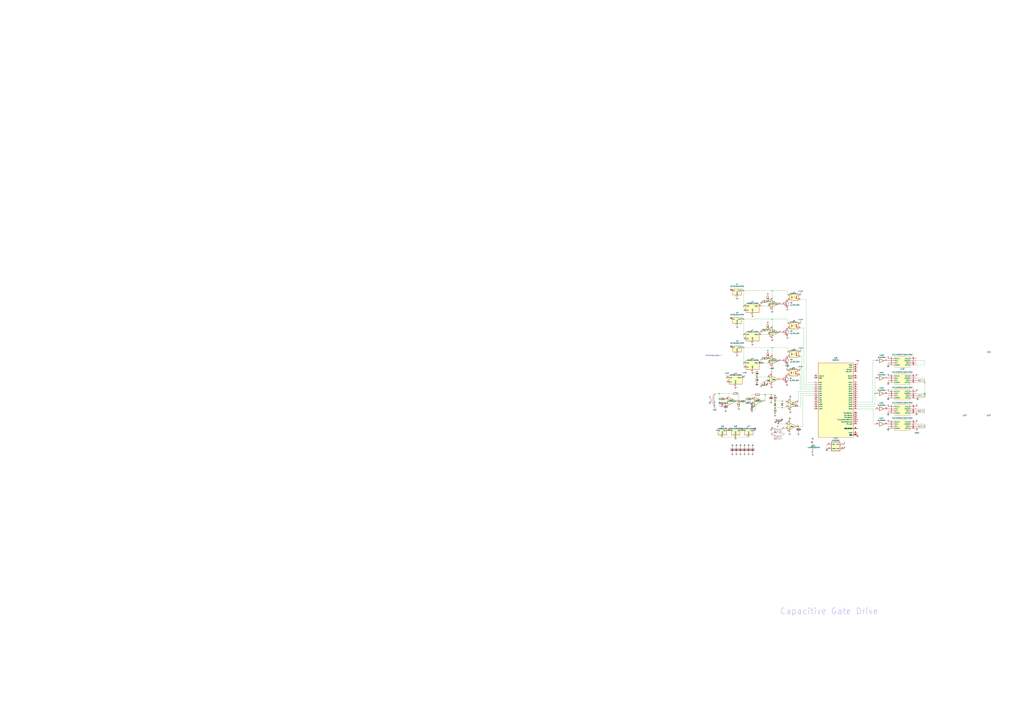
<source format=kicad_sch>
(kicad_sch (version 20211123) (generator eeschema)
  (paper "A0")
  (junction (at 873.125 463.55))
  (junction (at 960.12 521.335))
  (junction (at 1065.53 462.28))
  (junction (at 1073.785 457.2))
  (junction (at 842.645 468.63))
  (junction (at 888.365 458.47))
  (junction (at 908.177 473.71))
  (junction (at 873.125 468.63))
  (junction (at 878.84 438.15))
  (junction (at 891.54 350.52))
  (junction (at 857.885 466.09))
  (junction (at 899.922 473.71))
  (junction (at 835.025 468.63))
  (junction (at 895.35 458.47))
  (junction (at 863.6 370.84))
  (junction (at 896.62 370.84))
  (junction (at 843.915 438.785))
  (junction (at 1064.641 497.84))
  (junction (at 1064.26 480.06))
  (junction (at 835.025 463.55))
  (junction (at 1073.912 457.454))
  (junction (at 1031.24 497.84))
  (junction (at 888.3904 458.47))
  (junction (at 863.6 403.86))
  (junction (at 891.54 383.54))
  (junction (at 1016 457.2))
  (junction (at 846.455 500.38))
  (junction (at 873.125 476.25))
  (junction (at 1073.785 444.5))
  (junction (at 1031.24 424.18))
  (junction (at 863.6 355.6))
  (junction (at 927.1 495.3))
  (junction (at 863.6 421.64))
  (junction (at 896.62 337.82))
  (junction (at 1031.24 480.06))
  (junction (at 899.922 466.09))
  (junction (at 896.62 403.86))
  (junction (at 835.025 457.2))
  (junction (at 854.075 508))
  (junction (at 891.54 416.56))
  (junction (at 1031.24 444.5))
  (junction (at 865.505 466.09))
  (junction (at 861.695 500.38))
  (junction (at 1031.24 462.28))
  (junction (at 863.6 388.62))
  (junction (at 908.177 466.09))
  (junction (at 863.6 337.82))
  (junction (at 1073.785 457.454))
  (wire (pts (xy 863.6 388.62) (xy 863.6 393.7)))
  (wire (pts (xy 854.075 508) (xy 869.315 508)))
  (wire (pts (xy 1016 457.2) (xy 1016 469.9)))
  (wire (pts (xy 908.177 473.71) (xy 912.495 473.71)))
  (wire (pts (xy 1013.46 467.36) (xy 1013.46 419.1)))
  (wire (pts (xy 1031.24 477.52) (xy 1031.24 480.06)))
  (wire (pts (xy 835.025 468.63) (xy 835.025 472.44)))
  (wire (pts (xy 863.6 370.84) (xy 863.6 388.62)))
  (wire (pts (xy 908.177 466.09) (xy 912.495 466.09)))
  (wire (pts (xy 1073.785 444.5) (xy 1073.785 457.2)))
  (wire (pts (xy 863.6 370.84) (xy 896.62 370.84)))
  (wire (pts (xy 883.285 458.47) (xy 888.365 458.47)))
  (wire (pts (xy 1014.095 474.98) (xy 995.68 474.98)))
  (wire (pts (xy 863.6 403.86) (xy 863.6 421.64)))
  (wire (pts (xy 1064.641 497.84) (xy 1064.26 497.84)))
  (wire (pts (xy 873.125 458.47) (xy 875.665 458.47)))
  (wire (pts (xy 904.24 492.76) (xy 911.86 492.76)))
  (wire (pts (xy 914.4 403.86) (xy 914.4 408.94)))
  (wire (pts (xy 1013.46 419.1) (xy 1016 419.1)))
  (wire (pts (xy 1073.785 457.454) (xy 1073.785 462.28)))
  (wire (pts (xy 927.1 454.66) (xy 927.1 467.36)))
  (wire (pts (xy 1014.095 492.76) (xy 1014.095 474.98)))
  (wire (pts (xy 895.35 458.47) (xy 899.922 458.47)))
  (wire (pts (xy 887.73 443.23) (xy 890.905 443.23)))
  (wire (pts (xy 1073.785 492.76) (xy 1073.785 497.84)))
  (wire (pts (xy 896.62 403.86) (xy 914.4 403.86)))
  (wire (pts (xy 895.35 502.92) (xy 895.35 505.46)))
  (wire (pts (xy 863.6 421.64) (xy 863.6 426.72)))
  (wire (pts (xy 888.3904 458.47) (xy 895.35 458.47)))
  (wire (pts (xy 1073.785 497.84) (xy 1064.641 497.84)))
  (wire (pts (xy 1064.26 457.2) (xy 1073.785 457.2)))
  (wire (pts (xy 835.025 457.2) (xy 850.265 457.2)))
  (wire (pts (xy 878.84 438.15) (xy 890.905 438.15)))
  (wire (pts (xy 1064.26 492.76) (xy 1073.785 492.76)))
  (wire (pts (xy 910.59 502.92) (xy 910.59 505.46)))
  (wire (pts (xy 1073.785 462.28) (xy 1065.53 462.28)))
  (wire (pts (xy 944.88 459.74) (xy 932.18 459.74)))
  (wire (pts (xy 829.945 457.2) (xy 835.025 457.2)))
  (wire (pts (xy 838.835 508) (xy 854.075 508)))
  (wire (pts (xy 876.935 472.44) (xy 876.935 476.25)))
  (wire (pts (xy 863.6 403.86) (xy 896.62 403.86)))
  (wire (pts (xy 899.922 466.09) (xy 908.177 466.09)))
  (wire (pts (xy 863.6 337.82) (xy 896.62 337.82)))
  (wire (pts (xy 944.88 444.5) (xy 935.99 444.5)))
  (wire (pts (xy 896.62 337.82) (xy 896.62 345.44)))
  (wire (pts (xy 914.4 337.82) (xy 914.4 342.9)))
  (wire (pts (xy 1016 492.76) (xy 1014.095 492.76)))
  (wire (pts (xy 1064.26 439.42) (xy 1073.785 439.42)))
  (wire (pts (xy 929.005 452.12) (xy 944.88 452.12)))
  (wire (pts (xy 1064.26 419.1) (xy 1073.785 419.1)))
  (wire (pts (xy 1031.24 421.64) (xy 1031.24 424.18)))
  (wire (pts (xy 930.91 414.02) (xy 930.91 449.58)))
  (wire (pts (xy 1073.785 419.1) (xy 1073.785 424.18)))
  (wire (pts (xy 1065.53 462.28) (xy 1064.26 462.28)))
  (wire (pts (xy 873.125 463.55) (xy 873.125 458.47)))
  (wire (pts (xy 995.68 472.44) (xy 1016 472.44)))
  (wire (pts (xy 932.18 459.74) (xy 932.18 495.3)))
  (wire (pts (xy 932.18 495.3) (xy 927.1 495.3)))
  (wire (pts (xy 883.92 388.62) (xy 891.54 388.62)))
  (wire (pts (xy 929.64 457.2) (xy 929.64 472.44)))
  (wire (pts (xy 935.99 347.98) (xy 935.99 444.5)))
  (wire (pts (xy 933.45 381) (xy 933.45 447.04)))
  (wire (pts (xy 1031.24 495.3) (xy 1031.24 497.84)))
  (polyline (pts (xy 829.6275 471.2081) (xy 829.6275 471.2081)))
  (wire (pts (xy 930.91 449.58) (xy 944.88 449.58)))
  (wire (pts (xy 896.62 370.84) (xy 914.4 370.84)))
  (wire (pts (xy 1073.785 444.5) (xy 1064.26 444.5)))
  (wire (pts (xy 835.025 463.55) (xy 835.025 468.63)))
  (wire (pts (xy 863.6 337.82) (xy 863.6 355.6)))
  (wire (pts (xy 1073.785 474.98) (xy 1073.785 480.06)))
  (wire (pts (xy 857.885 457.2) (xy 857.885 466.09)))
  (wire (pts (xy 914.4 370.84) (xy 914.4 375.92)))
  (wire (pts (xy 944.88 454.66) (xy 927.1 454.66)))
  (wire (pts (xy 883.92 355.6) (xy 891.54 355.6)))
  (wire (pts (xy 1073.785 457.454) (xy 1073.912 457.454)))
  (wire (pts (xy 835.025 472.44) (xy 838.835 472.44)))
  (wire (pts (xy 910.59 497.84) (xy 911.86 497.84)))
  (wire (pts (xy 908.05 502.92) (xy 910.59 502.92)))
  (wire (pts (xy 912.495 473.71) (xy 912.495 472.44)))
  (wire (pts (xy 1016 439.42) (xy 1016 457.2)))
  (wire (pts (xy 1016 472.44) (xy 1016 474.98)))
  (wire (pts (xy 1073.785 439.42) (xy 1073.785 444.5)))
  (wire (pts (xy 896.62 403.86) (xy 896.62 411.48)))
  (wire (pts (xy 897.89 502.92) (xy 895.35 502.92)))
  (wire (pts (xy 912.495 466.09) (xy 912.495 467.36)))
  (wire (pts (xy 896.62 337.82) (xy 914.4 337.82)))
  (wire (pts (xy 960.12 521.335) (xy 960.12 516.255)))
  (wire (pts (xy 929.64 381) (xy 933.45 381)))
  (wire (pts (xy 899.922 473.71) (xy 908.177 473.71)))
  (wire (pts (xy 835.025 457.2) (xy 835.025 463.55)))
  (wire (pts (xy 1073.785 480.06) (xy 1064.26 480.06)))
  (wire (pts (xy 873.125 476.25) (xy 876.935 476.25)))
  (wire (pts (xy 843.915 438.785) (xy 843.915 443.865)))
  (wire (pts (xy 873.125 463.55) (xy 873.1504 463.55)))
  (wire (pts (xy 863.6 355.6) (xy 863.6 360.68)))
  (wire (pts (xy 1031.24 459.74) (xy 1031.24 462.28)))
  (wire (pts (xy 865.505 466.09) (xy 865.505 468.63)))
  (wire (pts (xy 929.005 435.61) (xy 929.005 452.12)))
  (wire (pts (xy 1073.785 457.2) (xy 1073.785 457.454)))
  (wire (pts (xy 930.91 414.02) (xy 929.64 414.02)))
  (wire (pts (xy 929.64 472.44) (xy 927.1 472.44)))
  (wire (pts (xy 1064.26 474.98) (xy 1073.785 474.98)))
  (wire (pts (xy 896.62 370.84) (xy 896.62 378.46)))
  (wire (pts (xy 933.45 447.04) (xy 944.88 447.04)))
  (wire (pts (xy 865.505 463.55) (xy 865.505 466.09)))
  (wire (pts (xy 995.68 467.36) (xy 1013.46 467.36)))
  (wire (pts (xy 888.365 458.47) (xy 888.365 466.09)))
  (wire (pts (xy 935.99 347.98) (xy 929.64 347.98)))
  (wire (pts (xy 929.64 457.2) (xy 944.88 457.2)))
  (wire (pts (xy 995.68 469.9) (xy 1016 469.9)))
  (wire (pts (xy 1031.24 441.96) (xy 1031.24 444.5)))
  (wire (pts (xy 883.92 421.64) (xy 891.54 421.64)))
  (wire (pts (xy 1064.26 424.18) (xy 1073.785 424.18)))
  (text "Capacitive Gate Drive" (at 905.51 714.375 0) (effects (font (size 7 7)) (justify left bottom)))
  (text "HMK107B7103KA-T" (at 819.15 414.02 0) (effects (font (size 1.27 1.27)) (justify left bottom)))
  (global_label "GDT2-3" (shape input) (at 1064.26 495.3 0) (property "Intersheet References" "${INTERSHEET_REFS}" (effects hide)))
  (global_label "GD2-1" (shape input) (at 1064.26 477.52 0) (property "Intersheet References" "${INTERSHEET_REFS}" (effects hide)))
  (global_label "GD1-1" (shape input) (at 1064.26 441.96 0) (property "Intersheet References" "${INTERSHEET_REFS}" (effects hide)))
  (global_label "GDT1-3" (shape input) (at 1064.26 459.74 0) (property "Intersheet References" "${INTERSHEET_REFS}" (effects hide)))
  (symbol (lib_id "power:GNDA") (at 895.985 448.31 0) (unit 1)
    (property "Reference" "#PWR0151" (effects hide))
    (property "Value" "GNDA" (at 895.223 449.961 0) (effects (font (size 0.35 0.35)) (justify left)))
  )
  (symbol (lib_id "power:GND") (at 857.885 473.71 0) (mirror y) (unit 1)
    (property "Reference" "#PWR0105" (effects hide))
    (property "Value" "GND" (at 857.885 475.361 0) (effects (font (size 0.35 0.35))))
  )
  (symbol (lib_id "Device:C") (at 873.887 522.605 180) (unit 1)
    (property "Reference" "C8" (at 873.379 522.351 0) (effects (font (size 0.5 0.5)) (justify right)))
    (property "Value" "HMK107B7103KA-T" (at 871.982 522.859 0) (effects (font (size 0.25 0.25)) (justify right)))
    (property "Footprint" "Capacitor_SMD:C_0603_1608Metric_Pad1.08x0.95mm_HandSolder" (effects hide))
  )
  (symbol (lib_id "power:GND") (at 850.392 526.415 0) (unit 1)
    (property "Reference" "#PWR0173" (effects hide))
    (property "Value" "GND" (at 850.392 528.0914 0) (effects (font (size 0.35 0.35))))
  )
  (symbol (lib_id "Device:R") (at 891.54 412.75 180) (unit 1)
    (property "Reference" "R5" (at 890.524 412.75 0) (effects (font (size 1 1)) (justify right)))
    (property "Value" "RMCF0201FT10K0" (at 890.651 413.385 0) (effects (font (size 0.125 0.125)) (justify right)))
    (property "Footprint" "Resistor_SMD:R_0201_0603Metric_Pad0.64x0.40mm_HandSolder" (effects hide))
  )
  (symbol (lib_id "power:+24VC") (at 891.54 408.94 0) (unit 1)
    (property "Reference" "#PWR0126" (effects hide))
    (property "Value" "+24VC" (at 891.54 407.67 0) (effects (font (size 0.35 0.35))))
  )
  (symbol (lib_id "power:+3.3V") (at 864.489 518.795 0) (unit 1)
    (property "Reference" "#PWR0178" (effects hide))
    (property "Value" "+3.3V" (at 864.489 517.525 0) (effects (font (size 0.5 0.5))))
  )
  (symbol (lib_id "power:GND") (at 917.575 477.52 0) (unit 1)
    (property "Reference" "#PWR0145" (effects hide))
    (property "Value" "GND" (at 917.575 479.1964 0) (effects (font (size 0.35 0.35))))
  )
  (symbol (lib_id "power:GND") (at 873.887 526.415 0) (unit 1)
    (property "Reference" "#PWR0181" (effects hide))
    (property "Value" "GND" (at 873.887 528.0914 0) (effects (font (size 0.35 0.35))))
  )
  (symbol (lib_id "Amplifier_Operational:LM2904") (at 850.265 466.09 0) (unit 1)
    (property "Reference" "U20" (at 848.995 464.82 0))
    (property "Value" "LM2904BIDDFR" (at 849.63 466.09 0) (effects (font (size 0.75 0.75))))
    (property "Footprint" "12345:SOT65P280X110-8N" (effects hide))
    (property "Datasheet" "http://www.ti.com/lit/ds/symlink/lm358.pdf" (effects hide))
  )
  (symbol (lib_id "power:GND2") (at 873.76 398.78 0) (unit 1)
    (property "Reference" "#PWR0121" (effects hide))
    (property "Value" "GND2" (at 873.76 400.431 0) (effects (font (size 0.35 0.35))))
  )
  (symbol (lib_id "power:+5V") (at 861.695 500.38 0) (unit 1)
    (property "Reference" "#PWR0106" (effects hide))
    (property "Value" "+5V" (at 861.695 499.11 0) (effects (font (size 0.35 0.35))))
  )
  (symbol (lib_id "Device:R") (at 887.73 416.56 90) (unit 1)
    (property "Reference" "R6" (at 887.73 416.814 90) (effects (font (size 1 1))))
    (property "Value" "RC0201FR-071KL" (at 887.73 415.925 90) (effects (font (size 0.35 0.35))))
    (property "Footprint" "Resistor_SMD:R_0201_0603Metric_Pad0.64x0.40mm_HandSolder" (effects hide))
  )
  (symbol (lib_id "Device:C") (at 859.79 522.605 180) (unit 1)
    (property "Reference" "C5" (at 859.282 522.351 0) (effects (font (size 0.5 0.5)) (justify right)))
    (property "Value" "HMK107B7103KA-T" (at 857.885 522.859 0) (effects (font (size 0.25 0.25)) (justify right)))
    (property "Footprint" "Capacitor_SMD:C_0603_1608Metric_Pad1.08x0.95mm_HandSolder" (effects hide))
  )
  (symbol (lib_id "4xxx:MC14504BDR2G") (at 970.28 518.795 0) (unit 1)
    (property "Reference" "U15" (at 970.28 509.27 0))
    (property "Value" "MC14504BDR2G" (at 970.28 511.81 0) (effects (font (size 0.75 0.75))))
    (property "Footprint" "Package_SO:SOIC-16_3.9x9.9mm_P1.27mm" (effects hide))
  )
  (symbol (lib_id "power:+3.3V") (at 876.935 500.38 0) (unit 1)
    (property "Reference" "#PWR0107" (effects hide))
    (property "Value" "+3.3V" (at 876.935 499.11 0) (effects (font (size 0.35 0.35))))
  )
  (symbol (lib_id "power:GND1") (at 855.98 345.44 0) (unit 1)
    (property "Reference" "#PWR0118" (effects hide))
    (property "Value" "GND1" (at 855.98 347.091 0) (effects (font (size 0.35 0.35))))
  )
  (symbol (lib_name "CST1_1") (lib_id "Transformer:CST1") (at 829.945 464.82 90) (unit 1)
    (property "Reference" "T1" (at 829.945 467.487 0) (effects (font (size 0.5 0.5))))
    (property "Value" "56300C" (at 829.945 466.979 0) (effects (font (size 0.25 0.25))))
    (property "Footprint" "12345:56200C" (effects hide))
    (property "Datasheet" "https://www.coilcraft.com/pdfs/cst.pdf" (effects hide))
  )
  (symbol (lib_id "power:+15V") (at 1031.24 454.66 0) (unit 1)
    (property "Reference" "#PWR0128" (effects hide))
    (property "Value" "+15V" (at 1031.24 453.39 0) (effects (font (size 0.35 0.35))))
  )
  (symbol (lib_id "power:GNDA") (at 883.92 447.04 0) (unit 1)
    (property "Reference" "#PWR0149" (effects hide))
    (property "Value" "GNDA" (at 883.158 448.691 0) (effects (font (size 0.35 0.35)) (justify left)))
  )
  (symbol (lib_id "power:+3.3V") (at 929.64 375.92 0) (unit 1)
    (property "Reference" "#PWR0113" (effects hide))
    (property "Value" "+3.3V" (at 929.64 371.348 0))
  )
  (symbol (lib_id "power:+3.3V") (at 917.575 462.28 0) (unit 1)
    (property "Reference" "#PWR0144" (effects hide))
    (property "Value" "+3.3V" (at 917.575 461.01 0) (effects (font (size 0.5 0.5))))
  )
  (symbol (lib_id "Regulator_Linear:uA7815") (at 838.835 500.38 0) (unit 1)
    (property "Reference" "U25" (at 838.835 495.3 0))
    (property "Value" "UA7815CKTTR" (at 838.835 497.84 0) (effects (font (size 1 1))))
    (property "Footprint" "Package_TO_SOT_SMD:TO-263-3_TabPin4" (effects hide))
    (property "Datasheet" "http://www.ti.com/lit/ds/symlink/ua78.pdf" (effects hide))
  )
  (symbol (lib_id "power:+24VC") (at 848.36 403.86 0) (unit 1)
    (property "Reference" "#PWR0125" (effects hide))
    (property "Value" "+24VC" (at 848.36 402.59 0) (effects (font (size 0.35 0.35))))
  )
  (symbol (lib_id "Device:R") (at 878.84 441.96 0) (unit 1)
    (property "Reference" "R69" (at 877.824 441.706 0) (effects (font (size 1 1)) (justify left)))
    (property "Value" "RC0402FR-074K99L" (at 877.951 442.468 0) (effects (font (size 0.1 0.1)) (justify left)))
    (property "Footprint" "Resistor_SMD:R_0402_1005Metric_Pad0.72x0.64mm_HandSolder" (effects hide))
  )
  (symbol (lib_id "Device:R") (at 887.73 350.52 90) (unit 1)
    (property "Reference" "R2" (at 887.73 350.774 90) (effects (font (size 1 1))))
    (property "Value" "RC0201FR-071KL" (at 887.73 349.885 90) (effects (font (size 0.35 0.35))))
    (property "Footprint" "Resistor_SMD:R_0201_0603Metric_Pad0.64x0.40mm_HandSolder" (effects hide))
  )
  (symbol (lib_id "power:GND2") (at 1064.26 480.06 0) (unit 1)
    (property "Reference" "#PWR0158" (effects hide))
    (property "Value" "GND2" (at 1064.26 481.711 0) (effects (font (size 0.35 0.35))))
  )
  (symbol (lib_id "power:+3.3V") (at 916.94 487.68 0) (unit 1)
    (property "Reference" "#PWR0137" (effects hide))
    (property "Value" "+3.3V" (at 916.94 486.41 0) (effects (font (size 0.5 0.5))))
  )
  (symbol (lib_id "4xxx:MC14504BDR2G") (at 1023.62 439.42 0) (unit 3)
    (property "Reference" "U15" (at 1023.62 433.07 0))
    (property "Value" "MC14504BDR2G" (at 1023.62 435.61 0) (effects (font (size 0.75 0.75))))
    (property "Footprint" "Package_SO:SOIC-16_3.9x9.9mm_P1.27mm" (effects hide))
  )
  (symbol (lib_id "power:GND1") (at 896.62 360.68 0) (unit 1)
    (property "Reference" "#PWR0127" (effects hide))
    (property "Value" "GND1" (at 896.62 362.331 0) (effects (font (size 0.35 0.35))))
  )
  (symbol (lib_id "power:+15V") (at 846.455 500.38 0) (unit 1)
    (property "Reference" "#PWR0109" (effects hide))
    (property "Value" "+15V" (at 846.455 499.11 0) (effects (font (size 0.35 0.35))))
  )
  (symbol (lib_id "Device:R") (at 887.73 383.54 90) (unit 1)
    (property "Reference" "R4" (at 887.73 383.794 90) (effects (font (size 1 1))))
    (property "Value" "RC0201FR-071KL" (at 887.73 382.905 90) (effects (font (size 0.35 0.35))))
    (property "Footprint" "Resistor_SMD:R_0201_0603Metric_Pad0.64x0.40mm_HandSolder" (effects hide))
  )
  (symbol (lib_id "power:GNDA") (at 913.765 445.77 0) (unit 1)
    (property "Reference" "#PWR0169" (effects hide))
    (property "Value" "GNDA" (at 913.003 447.421 0) (effects (font (size 0.35 0.35)) (justify left)))
  )
  (symbol (lib_id "power:GNDPWR") (at 878.84 445.77 0) (unit 1)
    (property "Reference" "#PWR0148" (effects hide))
    (property "Value" "GNDPWR" (at 877.316 446.532 0) (effects (font (size 0.5 0.5)) (justify left)))
  )
  (symbol (lib_id "Device:C") (at 855.091 522.605 180) (unit 1)
    (property "Reference" "C4" (at 854.583 522.351 0) (effects (font (size 0.5 0.5)) (justify right)))
    (property "Value" "HMK107B7103KA-T" (at 853.186 522.859 0) (effects (font (size 0.25 0.25)) (justify right)))
    (property "Footprint" "Capacitor_SMD:C_0603_1608Metric_Pad1.08x0.95mm_HandSolder" (effects hide))
  )
  (symbol (lib_id "power:GND") (at 900.43 488.95 0) (mirror y) (unit 1)
    (property "Reference" "#PWR0139" (effects hide))
    (property "Value" "GND" (at 900.43 490.601 0) (effects (font (size 0.5 0.5))))
  )
  (symbol (lib_id "Diode:1N4148") (at 899.922 469.9 270) (unit 1)
    (property "Reference" "D1" (at 899.414 470.027 90) (effects (font (size 0.5 0.5)) (justify left)))
    (property "Value" "1N4148" (at 899.16 470.535 90) (effects (font (size 0.25 0.25)) (justify left)))
    (property "Footprint" "Diode_THT:D_DO-35_SOD27_P7.62mm_Horizontal" (effects hide))
    (property "Datasheet" "https://assets.nexperia.com/documents/data-sheet/1N4148_1N4448.pdf" (effects hide))
  )
  (symbol (lib_id "power:GND") (at 1031.24 444.5 0) (unit 1)
    (property "Reference" "#PWR0133" (effects hide))
    (property "Value" "GND" (at 1031.24 446.151 0) (effects (font (size 0.5 0.5))))
  )
  (symbol (lib_id "Device:C") (at 864.489 522.605 180) (unit 1)
    (property "Reference" "C6" (at 863.981 522.351 0) (effects (font (size 0.5 0.5)) (justify right)))
    (property "Value" "HMK107B7103KA-T" (at 862.584 522.859 0) (effects (font (size 0.25 0.25)) (justify right)))
    (property "Footprint" "Capacitor_SMD:C_0603_1608Metric_Pad1.08x0.95mm_HandSolder" (effects hide))
  )
  (symbol (lib_id "power:GND") (at 960.12 521.335 0) (unit 1)
    (property "Reference" "#PWR0165" (effects hide))
    (property "Value" "GND" (at 960.12 522.986 0) (effects (font (size 0.5 0.5))))
  )
  (symbol (lib_name "+24VA_3") (lib_id "power:+24VA") (at 848.36 337.82 0) (unit 1) (in_bom no) (on_board no)
    (property "Reference" "#U0103" (effects hide))
    (property "Value" "+24VA" (at 847.471 336.55 0) (effects (font (size 0.35 0.35)) (justify left)))
  )
  (symbol (lib_id "4xxx:UCC5390ECQDWVRQ1") (at 1031.24 416.56 0) (unit 1)
    (property "Reference" "U16" (at 1148.08 408.94 0) (effects (font (size 1.524 1.524))))
    (property "Value" "UCC5390ECQDWVRQ1" (at 1047.75 412.115 0) (effects (font (size 1.524 1.524))))
    (property "Footprint" "Package_SO:SOIC-8_7.5x5.85mm_P1.27mm" (effects hide))
  )
  (symbol (lib_id "power:+15V") (at 1031.24 436.88 0) (unit 1)
    (property "Reference" "#PWR0159" (effects hide))
    (property "Value" "+15V" (at 1031.24 435.61 0) (effects (font (size 0.35 0.35))))
  )
  (symbol (lib_id "Regulator_Linear:MIC5504-1.8YM5") (at 873.76 424.18 0) (unit 1)
    (property "Reference" "U11" (at 873.76 416.814 0))
    (property "Value" "MIC5504-1.8YM5" (at 873.887 418.338 0) (effects (font (size 1 1))))
    (property "Footprint" "Package_TO_SOT_SMD:SOT-23-5" (effects hide))
    (property "Datasheet" "http://ww1.microchip.com/downloads/en/DeviceDoc/MIC550X.pdf" (effects hide))
  )
  (symbol (lib_id "Device:Q_NPN_BEC") (at 911.86 386.08 0) (unit 1)
    (property "Reference" "Q2" (at 917.575 384.8099 0) (effects (justify left)))
    (property "Value" "Q_NPN_BEC" (at 917.575 387.3499 0) (effects (justify left)))
    (property "Footprint" "Package_TO_SOT_SMD:SC-59_Handsoldering" (effects hide))
  )
  (symbol (lib_id "power:GND") (at 916.94 502.92 0) (unit 1)
    (property "Reference" "#PWR0154" (effects hide))
    (property "Value" "GND" (at 916.94 504.5964 0) (effects (font (size 0.35 0.35))))
  )
  (symbol (lib_id "power:GND3") (at 1064.641 497.84 0) (unit 1)
    (property "Reference" "#PWR0157" (effects hide))
    (property "Value" "GND3" (at 1064.641 502.92 0))
  )
  (symbol (lib_id "power:GND") (at 864.489 526.415 0) (unit 1)
    (property "Reference" "#PWR0175" (effects hide))
    (property "Value" "GND" (at 864.489 528.0914 0) (effects (font (size 0.35 0.35))))
  )
  (symbol (lib_id "Regulator_Linear:MC78L05_SO8") (at 855.98 337.82 0) (unit 1)
    (property "Reference" "U1" (at 855.98 330.2 0))
    (property "Value" "MC78L05ACPRPG" (at 855.98 332.74 0))
    (property "Footprint" "Package_SO:SOIC-8_3.9x4.9mm_P1.27mm" (effects hide))
    (property "Datasheet" "https://www.onsemi.com/pub/Collateral/MC78L00A-D.PDF" (effects hide))
  )
  (symbol (lib_id "Device:R") (at 857.885 469.9 180) (unit 1)
    (property "Reference" "R16" (at 858.8502 469.9 0) (effects (font (size 1 1)) (justify left)))
    (property "Value" "CRCW040247K0JNEDC" (at 858.6978 470.5604 0) (effects (font (size 0.1 0.1)) (justify left)))
    (property "Footprint" "Resistor_SMD:R_0402_1005Metric_Pad0.72x0.64mm_HandSolder" (effects hide))
  )
  (symbol (lib_id "Device:R") (at 861.695 466.09 270) (unit 1)
    (property "Reference" "R15" (at 860.7298 465.9884 90) (effects (font (size 1 1)) (justify left)))
    (property "Value" "CRCW08056R80JNEA" (at 859.7646 466.7504 90) (effects (font (size 0.25 0.25)) (justify left)))
    (property "Footprint" "Resistor_SMD:R_0805_2012Metric_Pad1.20x1.40mm_HandSolder" (effects hide))
  )
  (symbol (lib_id "Amplifier_Operational:LM2904") (at 880.745 466.09 0) (unit 2)
    (property "Reference" "U20" (at 879.475 464.82 0))
    (property "Value" "LM2904BIDDFR" (at 880.11 466.09 0) (effects (font (size 0.75 0.75))))
    (property "Footprint" "12345:SOT65P280X110-8N" (effects hide))
    (property "Datasheet" "http://www.ti.com/lit/ds/symlink/lm358.pdf" (effects hide))
  )
  (symbol (lib_name "CST1_2") (lib_id "Transformer:CST1") (at 902.97 497.84 0) (mirror x) (unit 1)
    (property "Reference" "T8" (at 902.97 495.173 0) (effects (font (size 0.5 0.5))))
    (property "Value" "FIS111NL" (at 902.97 495.681 0) (effects (font (size 0.25 0.25))))
    (property "Footprint" "12345:INDRR1270W55L1720T953H2040_AX-0500" (effects hide))
  )
  (symbol (lib_id "power:+24VB") (at 848.36 370.84 0) (unit 1) (in_bom no) (on_board no)
    (property "Reference" "#U0104" (effects hide))
    (property "Value" "+24VB" (at 847.471 369.57 0) (effects (font (size 0.35 0.35)) (justify left)))
  )
  (symbol (lib_id "4xxx:UCC5390ECQDWVRQ1") (at 1031.24 490.22 0) (unit 1)
    (property "Reference" "U23" (at 1148.08 482.6 0) (effects (font (size 1.524 1.524))))
    (property "Value" "UCC5390ECQDWVRQ1" (at 1047.75 485.775 0) (effects (font (size 1.524 1.524))))
    (property "Footprint" "Package_SO:SOIC-8_7.5x5.85mm_P1.27mm" (effects hide))
  )
  (symbol (lib_id "Device:R") (at 891.54 379.73 180) (unit 1)
    (property "Reference" "R3" (at 890.524 379.73 0) (effects (font (size 1 1)) (justify right)))
    (property "Value" "RMCF0201FT10K0" (at 890.651 380.365 0) (effects (font (size 0.125 0.125)) (justify right)))
    (property "Footprint" "Resistor_SMD:R_0201_0603Metric_Pad0.64x0.40mm_HandSolder" (effects hide))
  )
  (symbol (lib_id "4xxx:MC14504BDR2G") (at 1023.62 474.98 0) (unit 5)
    (property "Reference" "U15" (at 1023.62 468.249 0))
    (property "Value" "MC14504BDR2G" (at 1023.62 470.789 0) (effects (font (size 0.75 0.75))))
    (property "Footprint" "Package_SO:SOIC-16_3.9x9.9mm_P1.27mm" (effects hide))
  )
  (symbol (lib_id "Comparator:LMV331") (at 899.16 353.06 0) (unit 1)
    (property "Reference" "U2" (at 898.398 351.536 0))
    (property "Value" "LMV331W5-7" (at 898.144 353.187 0))
    (property "Footprint" "12345:SOT95P285X140-5N" (effects hide))
    (property "Datasheet" "http://www.ti.com/lit/ds/symlink/lmv331.pdf" (effects hide))
  )
  (symbol (lib_id "power:GND") (at 895.35 497.84 0) (unit 1)
    (property "Reference" "#PWR0141" (effects hide))
    (property "Value" "GND" (at 895.35 499.5164 0) (effects (font (size 0.35 0.35))))
  )
  (symbol (lib_id "power:+3.3V") (at 859.79 518.795 0) (unit 1)
    (property "Reference" "#PWR0177" (effects hide))
    (property "Value" "+3.3V" (at 859.79 517.525 0) (effects (font (size 0.5 0.5))))
  )
  (symbol (lib_id "power:+3.3V") (at 929.005 430.53 0) (unit 1)
    (property "Reference" "#PWR0168" (effects hide))
    (property "Value" "+3.3V" (at 929.005 425.958 0))
  )
  (symbol (lib_id "power:GND3") (at 873.76 431.8 0) (unit 1)
    (property "Reference" "#PWR0114" (effects hide))
    (property "Value" "GND3" (at 873.76 433.451 0) (effects (font (size 0.35 0.35))))
  )
  (symbol (lib_id "power:GNDA") (at 854.075 448.945 0) (unit 1)
    (property "Reference" "#PWR0170" (effects hide))
    (property "Value" "GNDA" (at 853.313 450.596 0) (effects (font (size 0.35 0.35)) (justify left)))
  )
  (symbol (lib_id "Comparator:TLV3604DCKR") (at 920.115 469.9 0) (unit 1)
    (property "Reference" "U21" (at 919.6324 469.1888 0) (effects (font (size 0.5 0.5)) (justify left)))
    (property "Value" "TLV3604DCKR" (at 917.5242 469.9 0) (effects (font (size 0.5 0.5)) (justify left)))
    (property "Footprint" "Package_TO_SOT_SMD:SOT-23-6" (effects hide))
  )
  (symbol (lib_id "Regulator_Linear:AZ1117-3.3") (at 869.315 500.38 0) (unit 1)
    (property "Reference" "U27" (at 869.315 495.3 0))
    (property "Value" "LM1117IMP-3.3/NOPB" (at 869.315 497.84 0) (effects (font (size 1 1))))
    (property "Footprint" "Package_TO_SOT_SMD:SOT-223" (effects hide))
    (property "Datasheet" "https://www.diodes.com/assets/Datasheets/AZ1117.pdf" (effects hide))
  )
  (symbol (lib_id "Device:R") (at 838.835 463.55 270) (unit 1)
    (property "Reference" "R13" (at 837.8444 463.3214 90) (effects (font (size 1 1)) (justify left)))
    (property "Value" "CR0402-FX-1001GLF" (at 836.549 464.185 90) (effects (font (size 0.275 0.275)) (justify left)))
    (property "Footprint" "Resistor_SMD:R_0402_1005Metric_Pad0.72x0.64mm_HandSolder" (effects hide))
  )
  (symbol (lib_id "power:GND") (at 1031.24 497.84 0) (unit 1)
    (property "Reference" "#PWR0153" (effects hide))
    (property "Value" "GND" (at 1031.24 499.491 0) (effects (font (size 0.5 0.5))))
  )
  (symbol (lib_id "Comparator:LMV7219M5") (at 919.48 495.3 0) (unit 1)
    (property "Reference" "U77" (at 919.48 495.046 0) (effects (font (size 0.5 0.5))))
    (property "Value" "TLV3604DCKR" (at 919.48 495.808 0) (effects (font (size 0.5 0.5))))
    (property "Footprint" "Package_TO_SOT_SMD:SOT-23-5" (effects hide))
    (property "Datasheet" "https://www.ti.com/lit/ds/symlink/lmv7219.pdf" (effects hide))
  )
  (symbol (lib_id "power:GND1") (at 914.4 358.14 0) (unit 1)
    (property "Reference" "#PWR0160" (effects hide))
    (property "Value" "GND1" (at 914.4 359.791 0) (effects (font (size 0.35 0.35))))
  )
  (symbol (lib_id "Device:C") (at 869.188 522.605 180) (unit 1)
    (property "Reference" "C7" (at 868.68 522.351 0) (effects (font (size 0.5 0.5)) (justify right)))
    (property "Value" "HMK107B7103KA-T" (at 867.283 522.859 0) (effects (font (size 0.25 0.25)) (justify right)))
    (property "Footprint" "Capacitor_SMD:C_0603_1608Metric_Pad1.08x0.95mm_HandSolder" (effects hide))
  )
  (symbol (lib_id "power:+3.3V") (at 908.05 488.95 0) (unit 1)
    (property "Reference" "#PWR0140" (effects hide))
    (property "Value" "+3.3V" (at 908.05 487.68 0) (effects (font (size 0.5 0.5))))
  )
  (symbol (lib_id "Device:C") (at 927.1 499.11 0) (unit 1)
    (property "Reference" "C60" (at 928.497 499.11 0) (effects (font (size 0.5 0.5)) (justify left)))
    (property "Value" "CL05A104KA5NNNC" (at 924.56 499.11 0) (effects (font (size 0.25 0.25)) (justify left)))
    (property "Footprint" "Capacitor_SMD:C_0402_1005Metric" (effects hide))
  )
  (symbol (lib_id "power:GND3") (at 855.98 411.48 0) (unit 1)
    (property "Reference" "#PWR0123" (effects hide))
    (property "Value" "GND3" (at 855.98 413.131 0) (effects (font (size 0.35 0.35))))
  )
  (symbol (lib_id "Device:R") (at 899.922 462.28 0) (unit 1)
    (property "Reference" "R12" (at 898.9314 462.28 0) (effects (font (size 1 1)) (justify left)))
    (property "Value" "CR0402-FX-1001GLF" (at 899.0838 462.9658 0) (effects (font (size 0.1 0.1)) (justify left)))
    (property "Footprint" "Resistor_SMD:R_0402_1005Metric_Pad0.72x0.64mm_HandSolder" (effects hide))
  )
  (symbol (lib_id "Isolator:SFH617A-1") (at 922.02 345.44 0) (unit 1)
    (property "Reference" "U4" (at 922.02 339.725 0) (effects (font (size 1 1))))
    (property "Value" "SFH617A-1" (at 922.02 340.995 0) (effects (font (size 1 1))))
    (property "Footprint" "Package_DIP:DIP-4_W7.62mm" (effects hide))
    (property "Datasheet" "http://www.vishay.com/docs/83740/sfh617a.pdf" (effects hide))
  )
  (symbol (lib_id "Regulator_Linear:MC78L05_SO8") (at 855.98 403.86 0) (unit 1)
    (property "Reference" "U9" (at 855.98 396.24 0))
    (property "Value" "MC78L05ACPRPG" (at 855.98 398.78 0))
    (property "Footprint" "Package_SO:SOIC-8_3.9x4.9mm_P1.27mm" (effects hide))
    (property "Datasheet" "https://www.onsemi.com/pub/Collateral/MC78L00A-D.PDF" (effects hide))
  )
  (symbol (lib_id "power:+24VC") (at 1064.26 490.22 0) (unit 1)
    (property "Reference" "#PWR0161" (effects hide))
    (property "Value" "+24VC" (at 1064.26 488.95 0) (effects (font (size 0.35 0.35))))
  )
  (symbol (lib_id "power:GND") (at 895.35 466.09 0) (mirror y) (unit 1)
    (property "Reference" "#PWR0101" (effects hide))
    (property "Value" "GND" (at 895.35 467.741 0) (effects (font (size 0.35 0.35))))
  )
  (symbol (lib_name "+24VB_1") (lib_id "power:+24VB") (at 1064.26 454.66 0) (unit 1) (in_bom no) (on_board no)
    (property "Reference" "#U0105" (effects hide))
    (property "Value" "+24VB" (at 1063.625 453.39 0) (effects (font (size 0.35 0.35)) (justify left)))
  )
  (symbol (lib_id "Isolator:SFH617A-1") (at 922.02 378.46 0) (unit 1)
    (property "Reference" "U8" (at 922.02 372.745 0) (effects (font (size 1 1))))
    (property "Value" "SFH617A-1" (at 922.02 374.015 0) (effects (font (size 1 1))))
    (property "Footprint" "Package_DIP:DIP-4_W7.62mm" (effects hide))
    (property "Datasheet" "http://www.vishay.com/docs/83740/sfh617a.pdf" (effects hide))
  )
  (symbol (lib_id "Device:R_Potentiometer") (at 838.835 468.63 270) (unit 1)
    (property "Reference" "RV3" (at 838.835 468.376 90) (effects (font (size 1 1))))
    (property "Value" "3306F-1-103" (at 838.835 469.265 90) (effects (font (size 0.4 0.4))))
    (property "Footprint" "12345:TRIM_3306F-1-103" (effects hide))
  )
  (symbol (lib_name "+24VB_2") (lib_id "power:+24VB") (at 891.54 375.92 0) (unit 1) (in_bom no) (on_board no)
    (property "Reference" "#U0102" (effects hide))
    (property "Value" "+24VB" (at 890.651 374.65 0) (effects (font (size 0.35 0.35)) (justify left)))
  )
  (symbol (lib_id "power:+1V0") (at 864.235 438.785 0) (unit 1)
    (property "Reference" "#PWR0142" (effects hide))
    (property "Value" "+1V0" (at 864.235 433.07 0))
  )
  (symbol (lib_id "Regulator_Linear:MC78L05_SO8") (at 855.98 370.84 0) (unit 1)
    (property "Reference" "U5" (at 855.98 363.22 0))
    (property "Value" "MC78L05ACPRPG" (at 855.98 365.76 0))
    (property "Footprint" "Package_SO:SOIC-8_3.9x4.9mm_P1.27mm" (effects hide))
    (property "Datasheet" "https://www.onsemi.com/pub/Collateral/MC78L00A-D.PDF" (effects hide))
  )
  (symbol (lib_id "Device:Q_NPN_BEC") (at 911.86 353.06 0) (unit 1)
    (property "Reference" "Q1" (at 917.575 351.7899 0) (effects (justify left)))
    (property "Value" "Q_NPN_BEC" (at 917.575 354.3299 0) (effects (justify left)))
    (property "Footprint" "Package_TO_SOT_SMD:SC-59_Handsoldering" (effects hide))
  )
  (symbol (lib_id "Device:C") (at 895.35 462.28 0) (unit 1)
    (property "Reference" "C1" (at 894.842 462.1276 0) (effects (font (size 0.5 0.5)) (justify left)))
    (property "Value" "CL05A104KA5NNNC" (at 893.5212 462.5848 0) (effects (font (size 0.25 0.25)) (justify left)))
    (property "Footprint" "Capacitor_SMD:C_0402_1005Metric" (effects hide))
  )
  (symbol (lib_id "Amplifier_Operational:LM2904") (at 946.15 519.43 0) (unit 3)
    (property "Reference" "U20" (at 944.245 518.16 0))
    (property "Value" "LM2904BIDDFR" (at 944.88 520.065 0))
    (property "Footprint" "12345:SOT65P280X110-8N" (effects hide))
    (property "Datasheet" "http://www.ti.com/lit/ds/symlink/lm358.pdf" (effects hide))
  )
  (symbol (lib_id "power:GND") (at 829.945 472.44 0) (mirror y) (unit 1)
    (property "Reference" "#PWR0103" (effects hide))
    (property "Value" "GND" (at 829.945 476.25 0))
  )
  (symbol (lib_id "power:+3.3V") (at 929.64 342.9 0) (unit 1)
    (property "Reference" "#PWR0124" (effects hide))
    (property "Value" "+3.3V" (at 929.64 338.328 0))
  )
  (symbol (lib_name "+24VA_1") (lib_id "power:+24VA") (at 1064.26 436.88 0) (unit 1) (in_bom no) (on_board no)
    (property "Reference" "#U0107" (effects hide))
    (property "Value" "+24VA" (at 1063.371 435.483 0) (effects (font (size 0.35 0.35)) (justify left)))
  )
  (symbol (lib_id "Device:C") (at 850.392 522.605 180) (unit 1)
    (property "Reference" "C3" (at 849.884 522.351 0) (effects (font (size 0.5 0.5)) (justify right)))
    (property "Value" "HMK107B7103KA-T" (at 848.487 522.859 0) (effects (font (size 0.25 0.25)) (justify right)))
    (property "Footprint" "Capacitor_SMD:C_0603_1608Metric_Pad1.08x0.95mm_HandSolder" (effects hide))
  )
  (symbol (lib_id "power:+15V") (at 1031.24 416.56 0) (unit 1)
    (property "Reference" "#PWR0132" (effects hide))
    (property "Value" "+15V" (at 1031.24 415.29 0) (effects (font (size 0.35 0.35))))
  )
  (symbol (lib_id "4xxx:MC14504BDR2G") (at 1023.62 492.76 0) (unit 6)
    (property "Reference" "U15" (at 1023.62 486.029 0))
    (property "Value" "MC14504BDR2G" (at 1023.62 488.569 0) (effects (font (size 0.75 0.75))))
    (property "Footprint" "Package_SO:SOIC-16_3.9x9.9mm_P1.27mm" (effects hide))
  )
  (symbol (lib_id "power:+15V") (at 980.44 516.255 0) (unit 1)
    (property "Reference" "#PWR0163" (effects hide))
    (property "Value" "+15V" (at 980.44 514.985 0) (effects (font (size 0.35 0.35))))
  )
  (symbol (lib_id "power:GND3") (at 896.62 426.72 0) (unit 1)
    (property "Reference" "#PWR0111" (effects hide))
    (property "Value" "GND3" (at 896.62 428.371 0) (effects (font (size 0.35 0.35))))
  )
  (symbol (lib_id "power:GND") (at 995.68 505.46 0) (unit 1)
    (property "Reference" "#PWR0146" (effects hide))
    (property "Value" "GND" (at 995.68 507.111 0) (effects (font (size 0.5 0.5))))
  )
  (symbol (lib_id "4xxx:SC0915") (at 970.28 464.82 0) (unit 1)
    (property "Reference" "U28" (at 970.28 415.925 0))
    (property "Value" "SC0915" (at 970.28 418.465 0))
    (property "Footprint" "MODULE_SC0915" (effects hide))
    (property "PARTREV" "1.6" (effects hide))
    (property "MAXIMUM_PACKAGE_HEIGHT" "3.73mm" (effects hide))
    (property "MANUFACTURER" "Raspberry Pi" (effects hide))
    (property "STANDARD" "Manufacturer Recommendations" (effects hide))
  )
  (symbol (lib_name "CST1_3") (lib_id "Transformer:CST1") (at 902.97 505.46 0) (mirror x) (unit 1)
    (property "Reference" "T2" (at 902.97 508.127 0) (effects (font (size 0.5 0.5))))
    (property "Value" "FIS111NL" (at 902.97 507.619 0) (effects (font (size 0.25 0.25))))
    (property "Footprint" "12345:INDRR1270W55L1720T953H2040_AX-0500" (effects hide))
  )
  (symbol (lib_id "power:GND") (at 943.61 527.05 0) (unit 1)
    (property "Reference" "#PWR0167" (effects hide))
    (property "Value" "GND" (at 943.61 528.7264 0) (effects (font (size 0.35 0.35))))
  )
  (symbol (lib_id "Isolator:SFH617A-1") (at 921.385 433.07 0) (unit 1)
    (property "Reference" "U12" (at 921.385 427.355 0) (effects (font (size 1 1))))
    (property "Value" "SFH617A-1" (at 921.385 428.625 0) (effects (font (size 1 1))))
    (property "Footprint" "Package_DIP:DIP-4_W7.62mm" (effects hide))
    (property "Datasheet" "http://www.vishay.com/docs/83740/sfh617a.pdf" (effects hide))
  )
  (symbol (lib_id "Device:L") (at 869.315 468.63 270) (unit 1)
    (property "Reference" "L1" (at 869.315 466.725 90))
    (property "Value" "RLB0812-473KL" (at 869.315 467.995 90) (effects (font (size 0.5 0.5))))
    (property "Footprint" "Inductor_THT:L_Radial_D7.5mm_P3.50mm_Fastron_07P" (effects hide))
  )
  (symbol (lib_id "Device:R") (at 879.475 458.47 270) (unit 1)
    (property "Reference" "R11" (at 878.4844 458.2414 90) (effects (font (size 1 1)) (justify left)))
    (property "Value" "CR0402-FX-1001GLF" (at 877.189 459.105 90) (effects (font (size 0.275 0.275)) (justify left)))
    (property "Footprint" "Resistor_SMD:R_0402_1005Metric_Pad0.72x0.64mm_HandSolder" (effects hide))
  )
  (symbol (lib_id "4xxx:UCC5390ECQDWVRQ1") (at 1031.24 436.88 0) (unit 1)
    (property "Reference" "U18" (at 1047.75 428.625 0) (effects (font (size 1.524 1.524))))
    (property "Value" "UCC5390ECQDWVRQ1" (at 1047.75 432.435 0) (effects (font (size 1.524 1.524))))
    (property "Footprint" "Package_SO:SOIC-8_7.5x5.85mm_P1.27mm" (effects hide))
  )
  (symbol (lib_id "Regulator_Linear:MIC5504-1.8YM5") (at 873.76 358.14 0) (unit 1)
    (property "Reference" "U3" (at 873.76 350.774 0))
    (property "Value" "MIC5504-1.8YM5" (at 873.887 352.298 0) (effects (font (size 1 1))))
    (property "Footprint" "Package_TO_SOT_SMD:SOT-23-5" (effects hide))
    (property "Datasheet" "http://ww1.microchip.com/downloads/en/DeviceDoc/MIC550X.pdf" (effects hide))
  )
  (symbol (lib_id "Device:C") (at 842.645 472.44 180) (unit 1)
    (property "Reference" "C2" (at 842.137 472.186 0) (effects (font (size 0.5 0.5)) (justify right)))
    (property "Value" "CGA2B3X7R1H473K050BB" (at 840.232 472.694 0) (effects (font (size 0.25 0.25)) (justify right)))
    (property "Footprint" "Capacitor_SMD:C_0402_1005Metric" (effects hide))
  )
  (symbol (lib_id "Device:Q_NPN_BEC") (at 911.86 419.1 0) (unit 1)
    (property "Reference" "Q3" (at 917.575 417.8299 0) (effects (justify left)))
    (property "Value" "Q_NPN_BEC" (at 917.575 420.3699 0) (effects (justify left)))
    (property "Footprint" "Package_TO_SOT_SMD:SC-59_Handsoldering" (effects hide))
  )
  (symbol (lib_id "power:+3.3V") (at 850.392 518.795 0) (unit 1)
    (property "Reference" "#PWR0172" (effects hide))
    (property "Value" "+3.3V" (at 850.392 517.525 0) (effects (font (size 0.5 0.5))))
  )
  (symbol (lib_id "power:GND1") (at 883.92 350.52 0) (unit 1)
    (property "Reference" "#PWR0119" (effects hide))
    (property "Value" "GND1" (at 883.92 352.171 0) (effects (font (size 0.35 0.35))))
  )
  (symbol (lib_id "power:GND") (at 1031.24 480.06 0) (unit 1)
    (property "Reference" "#PWR0134" (effects hide))
    (property "Value" "GND" (at 1031.24 481.711 0) (effects (font (size 0.5 0.5))))
  )
  (symbol (lib_id "Regulator_Linear:MIC5504-1.8YM5") (at 854.075 441.325 0) (unit 1)
    (property "Reference" "U13" (at 854.075 433.959 0))
    (property "Value" "MIC5504-1.8YM5" (at 854.202 435.483 0) (effects (font (size 1 1))))
    (property "Footprint" "Package_TO_SOT_SMD:SOT-23-5" (effects hide))
    (property "Datasheet" "http://ww1.microchip.com/downloads/en/DeviceDoc/MIC550X.pdf" (effects hide))
  )
  (symbol (lib_id "power:GND") (at 869.188 526.415 0) (unit 1)
    (property "Reference" "#PWR0179" (effects hide))
    (property "Value" "GND" (at 869.188 528.0914 0) (effects (font (size 0.35 0.35))))
  )
  (symbol (lib_id "power:GND1") (at 873.76 365.76 0) (unit 1)
    (property "Reference" "#PWR0117" (effects hide))
    (property "Value" "GND1" (at 873.76 367.411 0) (effects (font (size 0.35 0.35))))
  )
  (symbol (lib_id "Device:R") (at 891.54 346.71 180) (unit 1)
    (property "Reference" "R1" (at 890.524 346.71 0) (effects (font (size 1 1)) (justify right)))
    (property "Value" "RMCF0201FT10K0" (at 890.651 347.345 0) (effects (font (size 0.125 0.125)) (justify right)))
    (property "Footprint" "Resistor_SMD:R_0201_0603Metric_Pad0.64x0.40mm_HandSolder" (effects hide))
  )
  (symbol (lib_id "power:GND") (at 842.645 476.25 0) (mirror y) (unit 1)
    (property "Reference" "#PWR0102" (effects hide))
    (property "Value" "GND" (at 842.645 477.901 0) (effects (font (size 0.35 0.35))))
  )
  (symbol (lib_id "power:GND") (at 859.79 526.415 0) (unit 1)
    (property "Reference" "#PWR0176" (effects hide))
    (property "Value" "GND" (at 859.79 528.0914 0) (effects (font (size 0.35 0.35))))
  )
  (symbol (lib_id "Device:R_Potentiometer") (at 873.125 472.44 0) (unit 1)
    (property "Reference" "RV4" (at 872.871 472.44 90) (effects (font (size 1 1))))
    (property "Value" "3306F-1-103" (at 873.76 472.44 90) (effects (font (size 0.4 0.4))))
    (property "Footprint" "12345:TRIM_3306F-1-103" (effects hide))
  )
  (symbol (lib_id "power:GND2") (at 883.92 383.54 0) (unit 1)
    (property "Reference" "#PWR0116" (effects hide))
    (property "Value" "GND2" (at 883.92 385.191 0) (effects (font (size 0.35 0.35))))
  )
  (symbol (lib_id "power:+5V") (at 995.68 424.18 0) (unit 1)
    (property "Reference" "#PWR0147" (effects hide))
    (property "Value" "+5V" (at 995.68 419.1 0))
  )
  (symbol (lib_id "4xxx:UCC5390ECQDWVRQ1") (at 1031.24 472.44 0) (unit 1)
    (property "Reference" "U22" (at 1120.14 482.6 0) (effects (font (size 1.524 1.524))))
    (property "Value" "UCC5390ECQDWVRQ1" (at 1047.75 467.995 0) (effects (font (size 1.524 1.524))))
    (property "Footprint" "Package_SO:SOIC-8_7.5x5.85mm_P1.27mm" (effects hide))
  )
  (symbol (lib_id "Device:R") (at 878.84 434.34 0) (unit 1)
    (property "Reference" "R66" (at 877.824 433.832 0) (effects (font (size 1 1)) (justify left)))
    (property "Value" "RC0201FR-071ML" (at 877.951 434.594 0) (effects (font (size 0.2 0.2)) (justify left)))
    (property "Footprint" "Resistor_SMD:R_0201_0603Metric_Pad0.64x0.40mm_HandSolder" (effects hide))
  )
  (symbol (lib_id "Regulator_Linear:MIC5504-1.8YM5") (at 873.76 391.16 0) (unit 1)
    (property "Reference" "U7" (at 873.76 383.794 0))
    (property "Value" "MIC5504-1.8YM5" (at 873.887 385.318 0) (effects (font (size 1 1))))
    (property "Footprint" "Package_TO_SOT_SMD:SOT-23-5" (effects hide))
    (property "Datasheet" "http://ww1.microchip.com/downloads/en/DeviceDoc/MIC550X.pdf" (effects hide))
  )
  (symbol (lib_id "power:+1V0") (at 913.765 430.53 0) (unit 1)
    (property "Reference" "#PWR0143" (effects hide))
    (property "Value" "+1V0" (at 913.765 424.815 0))
  )
  (symbol (lib_id "power:+3.3V") (at 980.44 521.335 0) (unit 1)
    (property "Reference" "#PWR0166" (effects hide))
    (property "Value" "+3.3V" (at 979.805 520.065 0) (effects (font (size 0.35 0.35)) (justify left)))
  )
  (symbol (lib_id "Device:R_Potentiometer") (at 887.73 447.04 90) (unit 1)
    (property "Reference" "RV2" (at 887.73 446.659 90) (effects (font (size 0.5 0.5))))
    (property "Value" "3306F-1-103" (at 887.73 447.421 90) (effects (font (size 0.4 0.4))))
    (property "Footprint" "12345:TRIM_3306F-1-103" (effects hide))
  )
  (symbol (lib_id "Regulator_Linear:AZ1117-5.0") (at 854.075 500.38 0) (unit 1)
    (property "Reference" "U26" (at 854.075 495.3 0))
    (property "Value" "NCP1117LPST50T3G" (at 854.075 497.84 0) (effects (font (size 1 1))))
    (property "Footprint" "Package_TO_SOT_SMD:SOT-223" (effects hide))
    (property "Datasheet" "https://www.diodes.com/assets/Datasheets/AZ1117.pdf" (effects hide))
  )
  (symbol (lib_id "Device:Q_NPN_BEC") (at 911.225 440.69 0) (unit 1)
    (property "Reference" "Q4" (at 916.94 439.4199 0) (effects (justify left)))
    (property "Value" "Q_NPN_BEC" (at 916.94 441.9599 0) (effects (justify left)))
    (property "Footprint" "Package_TO_SOT_SMD:SC-59_Handsoldering" (effects hide))
  )
  (symbol (lib_id "power:GND") (at 927.1 502.92 0) (mirror y) (unit 1)
    (property "Reference" "#PWR0155" (effects hide))
    (property "Value" "GND" (at 927.1 504.571 0) (effects (font (size 0.35 0.35))))
  )
  (symbol (lib_id "Comparator:LMV7219M5") (at 898.525 440.69 0) (unit 1)
    (property "Reference" "U76" (at 898.525 440.436 0) (effects (font (size 0.5 0.5))))
    (property "Value" "TLV3604DCKR" (at 898.525 441.198 0) (effects (font (size 0.5 0.5))))
    (property "Footprint" "Package_TO_SOT_SMD:SOT-23-5" (effects hide))
    (property "Datasheet" "https://www.ti.com/lit/ds/symlink/lmv7219.pdf" (effects hide))
  )
  (symbol (lib_id "power:+5VP") (at 895.985 433.07 0) (unit 1)
    (property "Reference" "#PWR0129" (effects hide))
    (property "Value" "+5VP" (at 895.985 427.99 0))
  )
  (symbol (lib_id "power:+5VP") (at 843.915 438.785 0) (unit 1)
    (property "Reference" "#PWR0138" (effects hide))
    (property "Value" "+5VP" (at 843.915 433.705 0))
  )
  (symbol (lib_id "Device:R_Potentiometer") (at 904.24 488.95 270) (unit 1)
    (property "Reference" "RV1" (at 904.24 488.696 90) (effects (font (size 1 1))))
    (property "Value" "3306F-1-103" (at 904.24 489.585 90) (effects (font (size 0.4 0.4))))
    (property "Footprint" "12345:TRIM_3306F-1-103" (effects hide))
  )
  (symbol (lib_id "power:+15V") (at 1031.24 490.22 0) (unit 1)
    (property "Reference" "#PWR0152" (effects hide))
    (property "Value" "+15V" (at 1031.24 488.95 0) (effects (font (size 0.35 0.35))))
  )
  (symbol (lib_id "power:GND3") (at 883.92 416.56 0) (unit 1)
    (property "Reference" "#PWR0112" (effects hide))
    (property "Value" "GND3" (at 883.92 421.64 0))
  )
  (symbol (lib_id "Isolator:SFH617A-1") (at 922.02 411.48 0) (unit 1)
    (property "Reference" "U14" (at 922.02 405.765 0) (effects (font (size 1 1))))
    (property "Value" "SFH617A-1" (at 922.02 407.035 0) (effects (font (size 1 1))))
    (property "Footprint" "Package_DIP:DIP-4_W7.62mm" (effects hide))
    (property "Datasheet" "http://www.vishay.com/docs/83740/sfh617a.pdf" (effects hide))
  )
  (symbol (lib_id "4xxx:UCC5390ECQDWVRQ1") (at 1031.24 454.66 0) (unit 1)
    (property "Reference" "U19" (effects hide))
    (property "Value" "UCC5390ECQDWVRQ1" (at 1047.75 450.215 0) (effects (font (size 1.524 1.524))))
    (property "Footprint" "Package_SO:SOIC-8_7.5x5.85mm_P1.27mm" (effects hide))
  )
  (symbol (lib_id "power:GND") (at 873.125 476.25 0) (mirror y) (unit 1)
    (property "Reference" "#PWR0104" (effects hide))
    (property "Value" "GND" (at 873.125 477.901 0) (effects (font (size 0.35 0.35))))
  )
  (symbol (lib_id "power:+3.3V") (at 943.61 511.175 0) (unit 1)
    (property "Reference" "#PWR0164" (effects hide))
    (property "Value" "+3.3V" (at 943.61 509.905 0) (effects (font (size 0.5 0.5))))
  )
  (symbol (lib_id "power:+3.3V") (at 873.887 518.795 0) (unit 1)
    (property "Reference" "#PWR0180" (effects hide))
    (property "Value" "+3.3V" (at 873.887 517.525 0) (effects (font (size 0.5 0.5))))
  )
  (symbol (lib_id "power:GND") (at 899.922 481.33 0) (unit 1)
    (property "Reference" "#PWR0136" (effects hide))
    (property "Value" "GND" (at 899.922 483.0064 0) (effects (font (size 0.35 0.35))))
  )
  (symbol (lib_id "power:GND2") (at 896.62 393.7 0) (unit 1)
    (property "Reference" "#PWR0120" (effects hide))
    (property "Value" "GND2" (at 896.62 395.351 0) (effects (font (size 0.35 0.35))))
  )
  (symbol (lib_id "power:GND") (at 1031.24 424.18 0) (unit 1)
    (property "Reference" "#PWR0131" (effects hide))
    (property "Value" "GND" (at 1031.24 425.831 0) (effects (font (size 0.5 0.5))))
  )
  (symbol (lib_id "power:+24VA") (at 891.54 342.9 0) (unit 1) (in_bom no) (on_board no)
    (property "Reference" "#U0101" (effects hide))
    (property "Value" "+24VA" (at 890.651 341.63 0) (effects (font (size 0.35 0.35)) (justify left)))
  )
  (symbol (lib_name "+24VA_2") (lib_id "power:+24VA") (at 1064.26 472.44 0) (unit 1) (in_bom no) (on_board no)
    (property "Reference" "#U0106" (effects hide))
    (property "Value" "+24VA" (at 1063.371 471.043 0) (effects (font (size 0.35 0.35)) (justify left)))
  )
  (symbol (lib_id "power:GND1") (at 1065.53 462.28 0) (unit 1)
    (property "Reference" "#PWR0156" (effects hide))
    (property "Value" "GND1" (at 1065.53 463.931 0) (effects (font (size 0.35 0.35))))
  )
  (symbol (lib_id "power:+3.3V") (at 855.091 518.795 0) (unit 1)
    (property "Reference" "#PWR0171" (effects hide))
    (property "Value" "+3.3V" (at 855.091 517.525 0) (effects (font (size 0.5 0.5))))
  )
  (symbol (lib_id "power:GND") (at 854.075 508 0) (unit 1)
    (property "Reference" "#PWR0108" (effects hide))
    (property "Value" "GND" (at 854.075 509.6764 0) (effects (font (size 0.35 0.35))))
  )
  (symbol (lib_id "Device:R") (at 854.075 457.2 270) (unit 1)
    (property "Reference" "R10" (at 853.0844 456.9714 90) (effects (font (size 1 1)) (justify left)))
    (property "Value" "CR0402-FX-1001GLF" (at 851.789 457.835 90) (effects (font (size 0.275 0.275)) (justify left)))
    (property "Footprint" "Resistor_SMD:R_0402_1005Metric_Pad0.72x0.64mm_HandSolder" (effects hide))
  )
  (symbol (lib_id "power:+15V") (at 1031.24 472.44 0) (unit 1)
    (property "Reference" "#PWR0135" (effects hide))
    (property "Value" "+15V" (at 1031.24 471.17 0) (effects (font (size 0.35 0.35))))
  )
  (symbol (lib_id "power:+3.3V") (at 929.64 408.94 0) (unit 1)
    (property "Reference" "#PWR0115" (effects hide))
    (property "Value" "+3.3V" (at 929.64 404.368 0))
  )
  (symbol (lib_id "4xxx:MC14504BDR2G") (at 1023.62 419.1 0) (unit 2)
    (property "Reference" "U15" (at 1023.62 412.75 0))
    (property "Value" "MC14504BDR2G" (at 1023.62 415.29 0) (effects (font (size 0.75 0.75))))
    (property "Footprint" "Package_SO:SOIC-16_3.9x9.9mm_P1.27mm" (effects hide))
  )
  (symbol (lib_id "power:GND") (at 1031.24 462.28 0) (unit 1)
    (property "Reference" "#PWR0130" (effects hide))
    (property "Value" "GND" (at 1031.24 463.931 0) (effects (font (size 0.5 0.5))))
  )
  (symbol (lib_id "Diode:1N4148") (at 908.177 469.9 90) (unit 1)
    (property "Reference" "D2" (at 908.685 469.9 90) (effects (font (size 0.5 0.5)) (justify left)))
    (property "Value" "1N4148" (at 908.939 469.265 90) (effects (font (size 0.25 0.25)) (justify left)))
    (property "Footprint" "Diode_THT:D_DO-35_SOD27_P7.62mm_Horizontal" (effects hide))
    (property "Datasheet" "https://assets.nexperia.com/documents/data-sheet/1N4148_1N4448.pdf" (effects hide))
  )
  (symbol (lib_id "power:+5VP") (at 891.54 447.04 0) (unit 1)
    (property "Reference" "#PWR0150" (effects hide))
    (property "Value" "+5VP" (at 891.54 441.96 0))
  )
  (symbol (lib_id "power:GND") (at 855.091 526.415 0) (unit 1)
    (property "Reference" "#PWR0174" (effects hide))
    (property "Value" "GND" (at 855.091 528.0914 0) (effects (font (size 0.35 0.35))))
  )
  (symbol (lib_id "Device:R") (at 869.315 463.55 270) (unit 1)
    (property "Reference" "R14" (at 868.3244 463.3214 90) (effects (font (size 1 1)) (justify left)))
    (property "Value" "CR0402-FX-1001GLF" (at 867.029 464.185 90) (effects (font (size 0.275 0.275)) (justify left)))
    (property "Footprint" "Resistor_SMD:R_0402_1005Metric_Pad0.72x0.64mm_HandSolder" (effects hide))
  )
  (symbol (lib_id "power:GND3") (at 914.4 424.18 0) (unit 1)
    (property "Reference" "#PWR0110" (effects hide))
    (property "Value" "GND3" (at 914.4 425.831 0) (effects (font (size 0.35 0.35))))
  )
  (symbol (lib_id "power:GND2") (at 855.98 378.46 0) (unit 1)
    (property "Reference" "#PWR0122" (effects hide))
    (property "Value" "GND2" (at 855.98 380.111 0) (effects (font (size 0.35 0.35))))
  )
  (symbol (lib_id "power:+3.3V") (at 869.188 518.795 0) (unit 1)
    (property "Reference" "#PWR0182" (effects hide))
    (property "Value" "+3.3V" (at 869.188 517.525 0) (effects (font (size 0.5 0.5))))
  )
  (symbol (lib_id "Comparator:LMV331") (at 899.16 386.08 0) (unit 1)
    (property "Reference" "U6" (at 898.398 384.556 0))
    (property "Value" "LMV331W5-7" (at 898.144 386.207 0))
    (property "Footprint" "12345:SOT95P285X140-5N" (effects hide))
    (property "Datasheet" "http://www.ti.com/lit/ds/symlink/lmv331.pdf" (effects hide))
  )
  (symbol (lib_id "4xxx:MC14504BDR2G") (at 1023.62 457.2 0) (unit 4)
    (property "Reference" "U15" (at 1023.62 450.85 0))
    (property "Value" "MC14504BDR2G" (at 1023.62 453.39 0) (effects (font (size 0.75 0.75))))
    (property "Footprint" "Package_SO:SOIC-16_3.9x9.9mm_P1.27mm" (effects hide))
  )
  (symbol (lib_id "Comparator:LMV331") (at 899.16 419.1 0) (unit 1)
    (property "Reference" "U10" (at 898.398 417.576 0))
    (property "Value" "LMV331W5-7" (at 898.144 419.227 0))
    (property "Footprint" "12345:SOT95P285X140-5N" (effects hide))
    (property "Datasheet" "http://www.ti.com/lit/ds/symlink/lmv331.pdf" (effects hide))
  )
  (symbol (lib_id "Device:R") (at 899.922 477.52 0) (unit 1)
    (property "Reference" "R17" (at 898.9314 477.52 0) (effects (font (size 1 1)) (justify left)))
    (property "Value" "CR0402-FX-1001GLF" (at 899.0838 478.2058 0) (effects (font (size 0.1 0.1)) (justify left)))
    (property "Footprint" "Resistor_SMD:R_0402_1005Metric_Pad0.72x0.64mm_HandSolder" (effects hide))
  )
  (symbol (lib_id "power:GND2") (at 914.4 391.16 0) (unit 1)
    (property "Reference" "#PWR0162" (effects hide))
    (property "Value" "GND2" (at 914.4 392.811 0) (effects (font (size 0.35 0.35))))
  )
)
</source>
